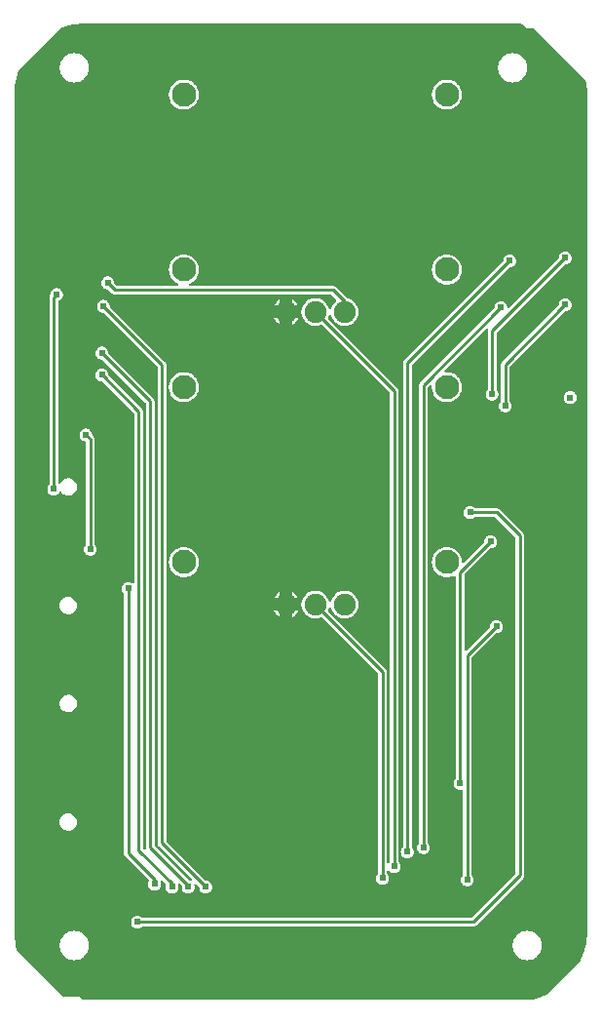
<source format=gtl>
G04 Layer: TopLayer*
G04 EasyEDA v6.4.17, 2021-03-07T15:12:51--8:00*
G04 6c535f378de342b990020bc8b1c8526d,b5aacd518854429a9b9924e8a25dcfd8,10*
G04 Gerber Generator version 0.2*
G04 Scale: 100 percent, Rotated: No, Reflected: No *
G04 Dimensions in inches *
G04 leading zeros omitted , absolute positions ,3 integer and 6 decimal *
%FSLAX36Y36*%
%MOIN*%

%ADD10C,0.0100*%
%ADD11C,0.0240*%
%ADD12C,0.0748*%
%ADD13C,0.0827*%

%LPD*%
G36*
X256660Y-95000D02*
G01*
X255140Y-94700D01*
X253840Y-93820D01*
X245280Y-85280D01*
X244620Y-85000D01*
X191660Y-85000D01*
X190140Y-84700D01*
X188840Y-83820D01*
X29060Y75940D01*
X28420Y76780D01*
X28020Y77780D01*
X25620Y87120D01*
X22980Y100340D01*
X21120Y113699D01*
X20000Y126980D01*
X20019Y139200D01*
X20099Y140180D01*
X20099Y2999800D01*
X20500Y3013600D01*
X21640Y3027020D01*
X23520Y3040380D01*
X26160Y3053600D01*
X29540Y3066660D01*
X32920Y3077300D01*
X33320Y3078159D01*
X33900Y3078900D01*
X181600Y3226600D01*
X182340Y3227180D01*
X183220Y3227580D01*
X194060Y3231019D01*
X207120Y3234400D01*
X220340Y3237020D01*
X233700Y3238900D01*
X247000Y3240000D01*
X1753020Y3240000D01*
X1759180Y3239500D01*
X1760520Y3239140D01*
X1761660Y3238340D01*
X1774720Y3225280D01*
X1775400Y3225000D01*
X1793340Y3225000D01*
X1794880Y3224700D01*
X1796180Y3223820D01*
X1974840Y3045160D01*
X1975540Y3044220D01*
X1975940Y3043120D01*
X1976519Y3040160D01*
X1978400Y3026800D01*
X1979520Y3013360D01*
X1979900Y2999800D01*
X1979900Y140200D01*
X1979520Y126400D01*
X1978380Y112980D01*
X1976480Y99620D01*
X1973839Y86400D01*
X1970480Y73340D01*
X1967080Y62699D01*
X1966680Y61840D01*
X1965080Y59980D01*
X1965000Y57660D01*
X1964740Y56240D01*
X1961560Y47900D01*
X1956720Y37080D01*
X1955900Y35880D01*
X1843620Y-76380D01*
X1842420Y-77200D01*
X1831399Y-82140D01*
X1818800Y-86940D01*
X1805940Y-91020D01*
X1792880Y-94400D01*
X1790220Y-94920D01*
X1789440Y-95000D01*
G37*

%LPC*%
G36*
X1775020Y39900D02*
G01*
X1781040Y40279D01*
X1787000Y41360D01*
X1792780Y43160D01*
X1798280Y45640D01*
X1803460Y48780D01*
X1808220Y52500D01*
X1812500Y56780D01*
X1816240Y61540D01*
X1819360Y66720D01*
X1821840Y72240D01*
X1823640Y78020D01*
X1824740Y83960D01*
X1825100Y90000D01*
X1824740Y96039D01*
X1823640Y101980D01*
X1821840Y107760D01*
X1819360Y113280D01*
X1816240Y118460D01*
X1812500Y123219D01*
X1808220Y127500D01*
X1803460Y131220D01*
X1798280Y134360D01*
X1792780Y136840D01*
X1787000Y138640D01*
X1781040Y139720D01*
X1775020Y140100D01*
X1768980Y139720D01*
X1763020Y138640D01*
X1757240Y136840D01*
X1751740Y134360D01*
X1746560Y131220D01*
X1741800Y127500D01*
X1737520Y123219D01*
X1733779Y118460D01*
X1730660Y113280D01*
X1728180Y107760D01*
X1726380Y101980D01*
X1725280Y96039D01*
X1724920Y90000D01*
X1725280Y83960D01*
X1726380Y78020D01*
X1728180Y72240D01*
X1730660Y66720D01*
X1733779Y61540D01*
X1737520Y56780D01*
X1741800Y52500D01*
X1746560Y48780D01*
X1751740Y45640D01*
X1757240Y43160D01*
X1763020Y41360D01*
X1768980Y40279D01*
G37*
G36*
X225020Y39900D02*
G01*
X231040Y40279D01*
X237000Y41360D01*
X242780Y43160D01*
X248280Y45640D01*
X253460Y48780D01*
X258220Y52500D01*
X262500Y56780D01*
X266240Y61540D01*
X269360Y66720D01*
X271840Y72240D01*
X273640Y78020D01*
X274740Y83960D01*
X275100Y90000D01*
X274740Y96039D01*
X273640Y101980D01*
X271840Y107760D01*
X269360Y113280D01*
X266240Y118460D01*
X262500Y123219D01*
X258220Y127500D01*
X253460Y131220D01*
X248280Y134360D01*
X242780Y136840D01*
X237000Y138640D01*
X231040Y139720D01*
X225020Y140100D01*
X218980Y139720D01*
X213020Y138640D01*
X207240Y136840D01*
X201740Y134360D01*
X196560Y131220D01*
X191800Y127500D01*
X187520Y123219D01*
X183780Y118460D01*
X180660Y113280D01*
X178180Y107760D01*
X176380Y101980D01*
X175280Y96039D01*
X174920Y90000D01*
X175280Y83960D01*
X176380Y78020D01*
X178180Y72240D01*
X180660Y66720D01*
X183780Y61540D01*
X187520Y56780D01*
X191800Y52500D01*
X196560Y48780D01*
X201740Y45640D01*
X207240Y43160D01*
X213020Y41360D01*
X218980Y40279D01*
G37*
G36*
X441520Y147920D02*
G01*
X445340Y148260D01*
X449060Y149240D01*
X452560Y150880D01*
X455700Y153080D01*
X456360Y153720D01*
X457660Y154600D01*
X459180Y154900D01*
X1589800Y154900D01*
X1592940Y155220D01*
X1595780Y156060D01*
X1598380Y157460D01*
X1600820Y159460D01*
X1760540Y319180D01*
X1762540Y321620D01*
X1763940Y324219D01*
X1764800Y327060D01*
X1765100Y330200D01*
X1765100Y1489800D01*
X1764800Y1492940D01*
X1763940Y1495780D01*
X1762540Y1498380D01*
X1760540Y1500820D01*
X1680820Y1580540D01*
X1678380Y1582540D01*
X1675780Y1583940D01*
X1672940Y1584800D01*
X1669800Y1585100D01*
X1597680Y1585100D01*
X1596140Y1585400D01*
X1594860Y1586279D01*
X1594199Y1586920D01*
X1591060Y1589120D01*
X1587560Y1590760D01*
X1583839Y1591740D01*
X1580020Y1592080D01*
X1576180Y1591740D01*
X1572460Y1590760D01*
X1568959Y1589120D01*
X1565820Y1586920D01*
X1563100Y1584199D01*
X1560880Y1581040D01*
X1559259Y1577560D01*
X1558260Y1573839D01*
X1557920Y1570000D01*
X1558260Y1566160D01*
X1559259Y1562440D01*
X1560880Y1558959D01*
X1563100Y1555800D01*
X1565820Y1553080D01*
X1568959Y1550880D01*
X1572460Y1549240D01*
X1576180Y1548260D01*
X1580020Y1547920D01*
X1583839Y1548260D01*
X1587560Y1549240D01*
X1591060Y1550880D01*
X1594199Y1553080D01*
X1594860Y1553720D01*
X1596160Y1554600D01*
X1597680Y1554900D01*
X1662100Y1554900D01*
X1663620Y1554600D01*
X1664920Y1553720D01*
X1733740Y1484920D01*
X1734600Y1483620D01*
X1734900Y1482080D01*
X1734900Y337920D01*
X1734600Y336380D01*
X1733740Y335080D01*
X1584920Y186280D01*
X1583620Y185400D01*
X1582100Y185100D01*
X459180Y185100D01*
X457640Y185400D01*
X456360Y186280D01*
X455700Y186920D01*
X452560Y189120D01*
X449060Y190760D01*
X445340Y191740D01*
X441520Y192079D01*
X437680Y191740D01*
X433960Y190760D01*
X430460Y189120D01*
X427320Y186920D01*
X424600Y184200D01*
X422380Y181040D01*
X420760Y177560D01*
X419760Y173840D01*
X419420Y170000D01*
X419760Y166160D01*
X420760Y162440D01*
X422380Y158960D01*
X424600Y155800D01*
X427320Y153080D01*
X430460Y150880D01*
X433960Y149240D01*
X437680Y148260D01*
G37*
G36*
X560020Y267920D02*
G01*
X563840Y268260D01*
X567560Y269240D01*
X571060Y270880D01*
X574200Y273080D01*
X576920Y275800D01*
X579140Y278960D01*
X580760Y282440D01*
X581760Y286160D01*
X582100Y290000D01*
X581760Y293840D01*
X580840Y297260D01*
X580760Y298980D01*
X581440Y300580D01*
X582700Y301760D01*
X584360Y302280D01*
X586080Y302040D01*
X587540Y301120D01*
X592060Y296580D01*
X593000Y295120D01*
X593220Y293400D01*
X592920Y290000D01*
X593260Y286160D01*
X594260Y282440D01*
X595880Y278960D01*
X598100Y275800D01*
X600820Y273080D01*
X603960Y270880D01*
X607460Y269240D01*
X611180Y268260D01*
X615020Y267920D01*
X618840Y268260D01*
X622560Y269240D01*
X626060Y270880D01*
X629200Y273080D01*
X631920Y275800D01*
X634140Y278960D01*
X635760Y282440D01*
X636760Y286160D01*
X637100Y290000D01*
X636760Y293840D01*
X635840Y297260D01*
X635760Y298980D01*
X636440Y300580D01*
X637700Y301760D01*
X639360Y302280D01*
X641080Y302040D01*
X642540Y301120D01*
X651820Y291820D01*
X652620Y290680D01*
X652980Y289340D01*
X653259Y286160D01*
X654260Y282440D01*
X655879Y278960D01*
X658100Y275800D01*
X660819Y273080D01*
X663960Y270880D01*
X667460Y269240D01*
X671180Y268260D01*
X675020Y267920D01*
X678840Y268260D01*
X682560Y269240D01*
X686060Y270880D01*
X689200Y273080D01*
X691919Y275800D01*
X694140Y278960D01*
X695759Y282440D01*
X696760Y286160D01*
X697099Y290000D01*
X696760Y293840D01*
X695759Y297560D01*
X694140Y301040D01*
X691919Y304200D01*
X689200Y306920D01*
X686060Y309120D01*
X682560Y310760D01*
X678840Y311740D01*
X675660Y312020D01*
X674320Y312380D01*
X673180Y313180D01*
X541280Y445080D01*
X540400Y446380D01*
X540100Y447920D01*
X540100Y2074800D01*
X539800Y2077940D01*
X538940Y2080780D01*
X537540Y2083380D01*
X535540Y2085820D01*
X348200Y2273160D01*
X347400Y2274300D01*
X347040Y2275640D01*
X346760Y2278840D01*
X345760Y2282560D01*
X344140Y2286040D01*
X341920Y2289200D01*
X339200Y2291920D01*
X336060Y2294120D01*
X332560Y2295760D01*
X328840Y2296740D01*
X325020Y2297080D01*
X321180Y2296740D01*
X317460Y2295760D01*
X313960Y2294120D01*
X310820Y2291920D01*
X308100Y2289200D01*
X305880Y2286040D01*
X304260Y2282560D01*
X303260Y2278840D01*
X302920Y2275000D01*
X303260Y2271160D01*
X304260Y2267440D01*
X305880Y2263960D01*
X308100Y2260800D01*
X310820Y2258080D01*
X313960Y2255880D01*
X317460Y2254240D01*
X321180Y2253260D01*
X324360Y2252980D01*
X325700Y2252620D01*
X326840Y2251820D01*
X508740Y2069920D01*
X509600Y2068620D01*
X509900Y2067080D01*
X509900Y440200D01*
X510220Y437060D01*
X511079Y434219D01*
X512460Y431620D01*
X514460Y429180D01*
X626120Y317520D01*
X627060Y316060D01*
X627280Y314340D01*
X626760Y312700D01*
X625600Y311420D01*
X624000Y310760D01*
X622260Y310840D01*
X619960Y311600D01*
X619140Y312220D01*
X501280Y430080D01*
X500400Y431380D01*
X500100Y432920D01*
X500100Y1949800D01*
X499799Y1952940D01*
X498940Y1955780D01*
X497540Y1958380D01*
X495540Y1960820D01*
X343200Y2113160D01*
X342400Y2114300D01*
X342040Y2115640D01*
X341760Y2118840D01*
X340760Y2122560D01*
X339140Y2126040D01*
X336920Y2129200D01*
X334200Y2131920D01*
X331060Y2134120D01*
X327560Y2135760D01*
X323840Y2136740D01*
X320020Y2137080D01*
X316180Y2136740D01*
X312460Y2135760D01*
X308960Y2134120D01*
X305820Y2131920D01*
X303100Y2129200D01*
X300880Y2126040D01*
X299260Y2122560D01*
X298260Y2118840D01*
X297920Y2115000D01*
X298260Y2111160D01*
X299260Y2107440D01*
X300880Y2103960D01*
X303100Y2100800D01*
X305820Y2098080D01*
X308960Y2095880D01*
X312460Y2094240D01*
X316180Y2093260D01*
X319360Y2092980D01*
X320700Y2092620D01*
X321840Y2091819D01*
X468740Y1944920D01*
X469600Y1943620D01*
X469900Y1942080D01*
X469900Y425200D01*
X470460Y419920D01*
X469820Y418300D01*
X468560Y417080D01*
X466900Y416540D01*
X465160Y416740D01*
X463680Y417680D01*
X461280Y420080D01*
X460400Y421380D01*
X460100Y422920D01*
X460100Y1914800D01*
X459799Y1917940D01*
X458940Y1920780D01*
X457540Y1923380D01*
X455540Y1925820D01*
X343200Y2038160D01*
X342400Y2039300D01*
X342040Y2040640D01*
X341760Y2043839D01*
X340760Y2047560D01*
X339140Y2051040D01*
X336920Y2054199D01*
X334200Y2056920D01*
X331060Y2059120D01*
X327560Y2060760D01*
X323840Y2061740D01*
X320020Y2062080D01*
X316180Y2061740D01*
X312460Y2060760D01*
X308960Y2059120D01*
X305820Y2056920D01*
X303100Y2054199D01*
X300880Y2051040D01*
X299260Y2047560D01*
X298260Y2043839D01*
X297920Y2040000D01*
X298260Y2036160D01*
X299260Y2032440D01*
X300880Y2028959D01*
X303100Y2025800D01*
X305820Y2023080D01*
X308960Y2020880D01*
X312460Y2019240D01*
X316180Y2018260D01*
X319360Y2017980D01*
X320700Y2017620D01*
X321840Y2016819D01*
X428740Y1909920D01*
X429600Y1908620D01*
X429900Y1907080D01*
X429900Y1330600D01*
X429540Y1328920D01*
X428480Y1327540D01*
X426940Y1326740D01*
X425220Y1326660D01*
X423620Y1327340D01*
X421040Y1329120D01*
X417560Y1330760D01*
X413840Y1331759D01*
X410000Y1332080D01*
X406180Y1331759D01*
X402460Y1330760D01*
X398960Y1329120D01*
X395800Y1326920D01*
X393080Y1324199D01*
X390880Y1321040D01*
X389260Y1317560D01*
X388260Y1313839D01*
X387920Y1310000D01*
X388260Y1306160D01*
X389260Y1302440D01*
X390880Y1298959D01*
X393080Y1295800D01*
X393740Y1295160D01*
X394600Y1293860D01*
X394900Y1292340D01*
X394900Y405200D01*
X395220Y402060D01*
X396079Y399240D01*
X397460Y396620D01*
X399460Y394180D01*
X479460Y314200D01*
X480340Y312840D01*
X480620Y311260D01*
X480240Y309680D01*
X479260Y307560D01*
X478260Y303840D01*
X477920Y300000D01*
X478260Y296160D01*
X479260Y292440D01*
X480880Y288960D01*
X483100Y285800D01*
X485820Y283080D01*
X488960Y280880D01*
X492460Y279240D01*
X496180Y278260D01*
X500020Y277920D01*
X503840Y278260D01*
X507560Y279240D01*
X511060Y280880D01*
X514200Y283080D01*
X516920Y285800D01*
X519140Y288960D01*
X520760Y292440D01*
X521760Y296160D01*
X522100Y300000D01*
X521760Y303840D01*
X520840Y307260D01*
X520760Y308980D01*
X521440Y310580D01*
X522700Y311760D01*
X524360Y312280D01*
X526080Y312040D01*
X527540Y311120D01*
X538020Y300640D01*
X538820Y299500D01*
X539160Y298160D01*
X539040Y296780D01*
X538260Y293840D01*
X537920Y290000D01*
X538260Y286160D01*
X539260Y282440D01*
X540880Y278960D01*
X543100Y275800D01*
X545820Y273080D01*
X548960Y270880D01*
X552460Y269240D01*
X556180Y268260D01*
G37*
G36*
X1570020Y292920D02*
G01*
X1573839Y293260D01*
X1577560Y294240D01*
X1581060Y295880D01*
X1584199Y298080D01*
X1586920Y300800D01*
X1589139Y303960D01*
X1590760Y307440D01*
X1591759Y311160D01*
X1592100Y315000D01*
X1591759Y318840D01*
X1590760Y322560D01*
X1589139Y326040D01*
X1586920Y329200D01*
X1586279Y329840D01*
X1585400Y331140D01*
X1585100Y332680D01*
X1585100Y1072100D01*
X1585400Y1073620D01*
X1586279Y1074920D01*
X1668180Y1156820D01*
X1669319Y1157620D01*
X1670660Y1157980D01*
X1673839Y1158260D01*
X1677560Y1159260D01*
X1681060Y1160880D01*
X1684199Y1163100D01*
X1686920Y1165820D01*
X1689139Y1168960D01*
X1690760Y1172460D01*
X1691759Y1176180D01*
X1692100Y1180000D01*
X1691759Y1183840D01*
X1690760Y1187560D01*
X1689139Y1191060D01*
X1686920Y1194200D01*
X1684199Y1196920D01*
X1681060Y1199140D01*
X1677560Y1200760D01*
X1673839Y1201760D01*
X1670020Y1202100D01*
X1666180Y1201760D01*
X1662460Y1200760D01*
X1658959Y1199140D01*
X1655820Y1196920D01*
X1653100Y1194200D01*
X1650880Y1191060D01*
X1649259Y1187560D01*
X1648260Y1183840D01*
X1647980Y1180660D01*
X1647620Y1179320D01*
X1646819Y1178180D01*
X1566940Y1098280D01*
X1565640Y1097420D01*
X1564100Y1097120D01*
X1562580Y1097420D01*
X1561279Y1098280D01*
X1560400Y1099580D01*
X1560100Y1101120D01*
X1560100Y1357080D01*
X1560400Y1358620D01*
X1561279Y1359920D01*
X1648180Y1446819D01*
X1649319Y1447620D01*
X1650660Y1447980D01*
X1653839Y1448260D01*
X1657560Y1449240D01*
X1661060Y1450880D01*
X1664199Y1453080D01*
X1666920Y1455800D01*
X1669139Y1458959D01*
X1670760Y1462440D01*
X1671759Y1466160D01*
X1672100Y1470000D01*
X1671759Y1473839D01*
X1670760Y1477560D01*
X1669139Y1481040D01*
X1666920Y1484199D01*
X1664199Y1486920D01*
X1661060Y1489120D01*
X1657560Y1490760D01*
X1653839Y1491740D01*
X1650020Y1492080D01*
X1646180Y1491740D01*
X1642460Y1490760D01*
X1638959Y1489120D01*
X1635820Y1486920D01*
X1633100Y1484199D01*
X1630880Y1481040D01*
X1629259Y1477560D01*
X1628260Y1473839D01*
X1627980Y1470660D01*
X1627620Y1469319D01*
X1626819Y1468180D01*
X1558140Y1399480D01*
X1556879Y1398640D01*
X1555380Y1398320D01*
X1553880Y1398580D01*
X1552600Y1399379D01*
X1551699Y1400600D01*
X1551320Y1402080D01*
X1551080Y1406080D01*
X1550000Y1412080D01*
X1548220Y1417900D01*
X1545760Y1423480D01*
X1542660Y1428740D01*
X1538959Y1433580D01*
X1534720Y1437940D01*
X1529980Y1441780D01*
X1524840Y1445040D01*
X1519340Y1447660D01*
X1513560Y1449620D01*
X1507600Y1450860D01*
X1501519Y1451399D01*
X1495440Y1451220D01*
X1489420Y1450320D01*
X1483540Y1448720D01*
X1477880Y1446440D01*
X1472540Y1443500D01*
X1467600Y1439940D01*
X1463100Y1435820D01*
X1459120Y1431200D01*
X1455720Y1426160D01*
X1452940Y1420740D01*
X1450820Y1415020D01*
X1449379Y1409100D01*
X1448660Y1403040D01*
X1448660Y1396960D01*
X1449379Y1390900D01*
X1450820Y1384980D01*
X1452940Y1379259D01*
X1455720Y1373839D01*
X1459120Y1368800D01*
X1463100Y1364180D01*
X1467600Y1360060D01*
X1472540Y1356519D01*
X1477880Y1353560D01*
X1483540Y1351279D01*
X1489420Y1349680D01*
X1495440Y1348779D01*
X1501519Y1348600D01*
X1507600Y1349139D01*
X1513560Y1350380D01*
X1519340Y1352340D01*
X1524180Y1354660D01*
X1525740Y1355040D01*
X1527320Y1354780D01*
X1528680Y1353920D01*
X1529580Y1352600D01*
X1529900Y1351040D01*
X1529900Y662660D01*
X1529600Y661140D01*
X1528740Y659840D01*
X1528100Y659200D01*
X1525880Y656040D01*
X1524259Y652560D01*
X1523260Y648840D01*
X1522920Y645000D01*
X1523260Y641160D01*
X1524259Y637440D01*
X1525880Y633960D01*
X1528100Y630800D01*
X1530820Y628080D01*
X1533959Y625880D01*
X1537460Y624240D01*
X1541180Y623260D01*
X1545020Y622920D01*
X1548839Y623260D01*
X1549860Y623520D01*
X1551320Y623640D01*
X1552720Y623220D01*
X1553880Y622340D01*
X1554640Y621100D01*
X1554900Y619660D01*
X1554900Y332660D01*
X1554600Y331140D01*
X1553740Y329840D01*
X1553100Y329200D01*
X1550880Y326040D01*
X1549259Y322560D01*
X1548260Y318840D01*
X1547920Y315000D01*
X1548260Y311160D01*
X1549259Y307440D01*
X1550880Y303960D01*
X1553100Y300800D01*
X1555820Y298080D01*
X1558959Y295880D01*
X1562460Y294240D01*
X1566180Y293260D01*
G37*
G36*
X1280020Y297920D02*
G01*
X1283839Y298260D01*
X1287560Y299240D01*
X1291060Y300880D01*
X1294199Y303080D01*
X1296920Y305800D01*
X1299139Y308960D01*
X1300760Y312440D01*
X1301759Y316160D01*
X1302100Y320000D01*
X1301759Y323840D01*
X1300760Y327560D01*
X1299139Y331040D01*
X1296920Y334200D01*
X1296279Y334840D01*
X1295400Y336140D01*
X1295100Y337680D01*
X1295100Y344520D01*
X1295460Y346160D01*
X1296440Y347520D01*
X1297900Y348340D01*
X1299560Y348500D01*
X1301160Y347960D01*
X1302380Y346820D01*
X1303100Y345800D01*
X1305820Y343080D01*
X1308959Y340880D01*
X1312460Y339240D01*
X1316180Y338260D01*
X1320020Y337920D01*
X1323839Y338260D01*
X1327560Y339240D01*
X1331060Y340880D01*
X1334199Y343080D01*
X1336920Y345800D01*
X1339139Y348960D01*
X1340760Y352440D01*
X1341759Y356160D01*
X1342100Y360000D01*
X1341759Y363840D01*
X1340760Y367560D01*
X1339139Y371040D01*
X1336920Y374200D01*
X1336279Y374840D01*
X1335400Y376140D01*
X1335100Y377680D01*
X1335100Y407780D01*
X1335480Y409460D01*
X1335900Y410000D01*
X1335480Y410540D01*
X1335100Y412220D01*
X1335100Y1985320D01*
X1334800Y1988460D01*
X1333940Y1991279D01*
X1332540Y1993899D01*
X1330540Y1996339D01*
X1094440Y2232440D01*
X1093560Y2233780D01*
X1093280Y2235360D01*
X1093640Y2236940D01*
X1094300Y2238360D01*
X1096100Y2244160D01*
X1096680Y2245600D01*
X1097740Y2246700D01*
X1099140Y2247320D01*
X1100680Y2247380D01*
X1102140Y2246840D01*
X1103260Y2245800D01*
X1103920Y2244400D01*
X1104740Y2241120D01*
X1106860Y2235660D01*
X1109620Y2230520D01*
X1113000Y2225740D01*
X1116940Y2221420D01*
X1121380Y2217620D01*
X1126260Y2214380D01*
X1131500Y2211780D01*
X1137000Y2209840D01*
X1142720Y2208580D01*
X1148540Y2208040D01*
X1154380Y2208220D01*
X1160160Y2209120D01*
X1165780Y2210720D01*
X1171180Y2213000D01*
X1176240Y2215920D01*
X1180900Y2219440D01*
X1185100Y2223520D01*
X1188760Y2228080D01*
X1191840Y2233040D01*
X1194300Y2238360D01*
X1196060Y2243920D01*
X1197140Y2249680D01*
X1197500Y2255520D01*
X1197140Y2261340D01*
X1196060Y2267100D01*
X1194300Y2272660D01*
X1191840Y2277980D01*
X1188760Y2282960D01*
X1185100Y2287500D01*
X1180900Y2291580D01*
X1176240Y2295100D01*
X1171180Y2298020D01*
X1165780Y2300300D01*
X1160160Y2301900D01*
X1159240Y2302300D01*
X1158440Y2302920D01*
X1120820Y2340540D01*
X1118380Y2342540D01*
X1115780Y2343940D01*
X1112940Y2344800D01*
X1109800Y2345100D01*
X621840Y2345100D01*
X620340Y2345400D01*
X619040Y2346240D01*
X618180Y2347480D01*
X617840Y2348980D01*
X618080Y2350500D01*
X618880Y2351800D01*
X620120Y2352720D01*
X624840Y2354960D01*
X629980Y2358220D01*
X634720Y2362060D01*
X638960Y2366420D01*
X642660Y2371260D01*
X645759Y2376520D01*
X648220Y2382100D01*
X650000Y2387920D01*
X651080Y2393920D01*
X651440Y2400000D01*
X651080Y2406080D01*
X650000Y2412080D01*
X648220Y2417900D01*
X645759Y2423480D01*
X642660Y2428740D01*
X638960Y2433580D01*
X634720Y2437940D01*
X629980Y2441780D01*
X624840Y2445040D01*
X619340Y2447660D01*
X613560Y2449620D01*
X607600Y2450860D01*
X601520Y2451400D01*
X595440Y2451220D01*
X589420Y2450320D01*
X583540Y2448720D01*
X577880Y2446440D01*
X572540Y2443500D01*
X567600Y2439940D01*
X563100Y2435820D01*
X559120Y2431200D01*
X555720Y2426160D01*
X552940Y2420740D01*
X550820Y2415020D01*
X549380Y2409100D01*
X548660Y2403040D01*
X548660Y2396960D01*
X549380Y2390900D01*
X550820Y2384980D01*
X552940Y2379260D01*
X555720Y2373840D01*
X559120Y2368800D01*
X563100Y2364180D01*
X567600Y2360060D01*
X572540Y2356520D01*
X577880Y2353560D01*
X579760Y2352800D01*
X581060Y2351940D01*
X581940Y2350660D01*
X582260Y2349120D01*
X581960Y2347580D01*
X581100Y2346280D01*
X579800Y2345400D01*
X578260Y2345100D01*
X372920Y2345100D01*
X371380Y2345400D01*
X370080Y2346280D01*
X363200Y2353160D01*
X362400Y2354300D01*
X362040Y2355640D01*
X361760Y2358840D01*
X360760Y2362560D01*
X359140Y2366040D01*
X356920Y2369200D01*
X354200Y2371920D01*
X351060Y2374120D01*
X347560Y2375760D01*
X343840Y2376740D01*
X340020Y2377080D01*
X336180Y2376740D01*
X332460Y2375760D01*
X328960Y2374120D01*
X325820Y2371920D01*
X323100Y2369200D01*
X320880Y2366040D01*
X319260Y2362560D01*
X318260Y2358840D01*
X317920Y2355000D01*
X318260Y2351160D01*
X319260Y2347440D01*
X320880Y2343960D01*
X323100Y2340800D01*
X325820Y2338080D01*
X328960Y2335880D01*
X332460Y2334240D01*
X336180Y2333260D01*
X339360Y2332980D01*
X340700Y2332620D01*
X341840Y2331820D01*
X354180Y2319460D01*
X356620Y2317460D01*
X359240Y2316060D01*
X362060Y2315220D01*
X365200Y2314900D01*
X1102100Y2314900D01*
X1103620Y2314600D01*
X1104920Y2313720D01*
X1120400Y2298240D01*
X1121300Y2296880D01*
X1121580Y2295260D01*
X1121180Y2293680D01*
X1120180Y2292380D01*
X1116940Y2289600D01*
X1113000Y2285280D01*
X1109620Y2280520D01*
X1106860Y2275360D01*
X1104740Y2269920D01*
X1103920Y2266620D01*
X1103260Y2265240D01*
X1102140Y2264180D01*
X1100680Y2263660D01*
X1099140Y2263700D01*
X1097740Y2264320D01*
X1096680Y2265440D01*
X1096060Y2267100D01*
X1094300Y2272660D01*
X1091840Y2277980D01*
X1088760Y2282960D01*
X1085100Y2287500D01*
X1080900Y2291580D01*
X1076240Y2295100D01*
X1071180Y2298020D01*
X1065780Y2300300D01*
X1060160Y2301900D01*
X1054380Y2302800D01*
X1048540Y2302980D01*
X1042720Y2302440D01*
X1037000Y2301200D01*
X1031500Y2299260D01*
X1026260Y2296640D01*
X1021380Y2293420D01*
X1016940Y2289600D01*
X1013000Y2285280D01*
X1009620Y2280520D01*
X1006860Y2275360D01*
X1004740Y2269920D01*
X1003319Y2264240D01*
X1002600Y2258440D01*
X1002600Y2252580D01*
X1003319Y2246780D01*
X1004740Y2241120D01*
X1006860Y2235660D01*
X1009620Y2230520D01*
X1013000Y2225740D01*
X1016940Y2221420D01*
X1021380Y2217620D01*
X1026260Y2214380D01*
X1031500Y2211780D01*
X1037000Y2209840D01*
X1042720Y2208580D01*
X1048540Y2208040D01*
X1054380Y2208220D01*
X1060160Y2209120D01*
X1065780Y2210720D01*
X1068680Y2211940D01*
X1070220Y2212260D01*
X1071760Y2211960D01*
X1073080Y2211100D01*
X1303740Y1980440D01*
X1304600Y1979139D01*
X1304900Y1977600D01*
X1304900Y377660D01*
X1304600Y376140D01*
X1303740Y374840D01*
X1302380Y373180D01*
X1301160Y372040D01*
X1299560Y371500D01*
X1297900Y371659D01*
X1296440Y372480D01*
X1295460Y373840D01*
X1295100Y375480D01*
X1295100Y1025320D01*
X1294800Y1028460D01*
X1293940Y1031280D01*
X1292540Y1033900D01*
X1290540Y1036340D01*
X1094440Y1232440D01*
X1093560Y1233780D01*
X1093280Y1235360D01*
X1093640Y1236940D01*
X1094300Y1238360D01*
X1096100Y1244160D01*
X1096680Y1245600D01*
X1097740Y1246700D01*
X1099140Y1247320D01*
X1100680Y1247380D01*
X1102140Y1246840D01*
X1103260Y1245800D01*
X1103920Y1244400D01*
X1104740Y1241120D01*
X1106860Y1235660D01*
X1109620Y1230520D01*
X1113000Y1225740D01*
X1116940Y1221420D01*
X1121380Y1217620D01*
X1126260Y1214380D01*
X1131500Y1211780D01*
X1137000Y1209840D01*
X1142720Y1208580D01*
X1148540Y1208040D01*
X1154380Y1208220D01*
X1160160Y1209120D01*
X1165780Y1210720D01*
X1171180Y1213000D01*
X1176240Y1215920D01*
X1180900Y1219440D01*
X1185100Y1223520D01*
X1188760Y1228080D01*
X1191840Y1233040D01*
X1194300Y1238360D01*
X1196060Y1243920D01*
X1197140Y1249680D01*
X1197500Y1255520D01*
X1197140Y1261340D01*
X1196060Y1267100D01*
X1194300Y1272660D01*
X1191840Y1277980D01*
X1188760Y1282960D01*
X1185100Y1287500D01*
X1180900Y1291579D01*
X1176240Y1295100D01*
X1171180Y1298020D01*
X1165780Y1300300D01*
X1160160Y1301900D01*
X1154380Y1302800D01*
X1148540Y1302980D01*
X1142720Y1302440D01*
X1137000Y1301200D01*
X1131500Y1299259D01*
X1126260Y1296639D01*
X1121380Y1293420D01*
X1116940Y1289600D01*
X1113000Y1285280D01*
X1109620Y1280520D01*
X1106860Y1275360D01*
X1104740Y1269920D01*
X1103920Y1266620D01*
X1103260Y1265240D01*
X1102140Y1264180D01*
X1100680Y1263660D01*
X1099140Y1263700D01*
X1097740Y1264320D01*
X1096680Y1265440D01*
X1096060Y1267100D01*
X1094300Y1272660D01*
X1091840Y1277980D01*
X1088760Y1282960D01*
X1085100Y1287500D01*
X1080900Y1291579D01*
X1076240Y1295100D01*
X1071180Y1298020D01*
X1065780Y1300300D01*
X1060160Y1301900D01*
X1054380Y1302800D01*
X1048540Y1302980D01*
X1042720Y1302440D01*
X1037000Y1301200D01*
X1031500Y1299259D01*
X1026260Y1296639D01*
X1021380Y1293420D01*
X1016940Y1289600D01*
X1013000Y1285280D01*
X1009620Y1280520D01*
X1006860Y1275360D01*
X1004740Y1269920D01*
X1003319Y1264240D01*
X1002600Y1258440D01*
X1002600Y1252580D01*
X1003319Y1246780D01*
X1004740Y1241120D01*
X1006860Y1235660D01*
X1009620Y1230520D01*
X1013000Y1225740D01*
X1016940Y1221420D01*
X1021380Y1217620D01*
X1026260Y1214380D01*
X1031500Y1211780D01*
X1037000Y1209840D01*
X1042720Y1208580D01*
X1048540Y1208040D01*
X1054380Y1208220D01*
X1060160Y1209120D01*
X1065780Y1210720D01*
X1068680Y1211940D01*
X1070220Y1212260D01*
X1071760Y1211960D01*
X1073080Y1211100D01*
X1263740Y1020440D01*
X1264600Y1019140D01*
X1264900Y1017600D01*
X1264900Y337660D01*
X1264600Y336140D01*
X1263740Y334840D01*
X1263100Y334200D01*
X1260880Y331040D01*
X1259260Y327560D01*
X1258260Y323840D01*
X1257920Y320000D01*
X1258260Y316160D01*
X1259260Y312440D01*
X1260880Y308960D01*
X1263100Y305800D01*
X1265820Y303080D01*
X1268960Y300880D01*
X1272460Y299240D01*
X1276180Y298260D01*
G37*
G36*
X1365020Y387920D02*
G01*
X1368839Y388260D01*
X1372560Y389240D01*
X1376060Y390880D01*
X1379199Y393080D01*
X1381920Y395800D01*
X1384139Y398960D01*
X1385760Y402440D01*
X1386759Y406160D01*
X1387100Y410000D01*
X1386759Y413840D01*
X1385760Y417560D01*
X1384139Y421040D01*
X1381920Y424200D01*
X1381279Y424840D01*
X1380400Y426140D01*
X1380100Y427680D01*
X1380100Y2072080D01*
X1380400Y2073620D01*
X1381279Y2074920D01*
X1713180Y2406820D01*
X1714319Y2407620D01*
X1715660Y2407980D01*
X1718839Y2408260D01*
X1722560Y2409240D01*
X1726060Y2410880D01*
X1729199Y2413080D01*
X1731920Y2415800D01*
X1734139Y2418960D01*
X1735760Y2422440D01*
X1736759Y2426160D01*
X1737100Y2430000D01*
X1736759Y2433840D01*
X1735760Y2437560D01*
X1734139Y2441040D01*
X1731920Y2444200D01*
X1729199Y2446920D01*
X1726060Y2449120D01*
X1722560Y2450760D01*
X1718839Y2451740D01*
X1715020Y2452080D01*
X1711180Y2451740D01*
X1707460Y2450760D01*
X1703959Y2449120D01*
X1700820Y2446920D01*
X1698100Y2444200D01*
X1695880Y2441040D01*
X1694259Y2437560D01*
X1693260Y2433840D01*
X1692980Y2430660D01*
X1692620Y2429320D01*
X1691819Y2428180D01*
X1354460Y2090820D01*
X1352460Y2088380D01*
X1351080Y2085780D01*
X1350220Y2082940D01*
X1349900Y2079800D01*
X1349900Y427660D01*
X1349600Y426140D01*
X1348740Y424840D01*
X1348100Y424200D01*
X1345880Y421040D01*
X1344259Y417560D01*
X1343260Y413840D01*
X1343080Y411880D01*
X1342560Y410220D01*
X1342560Y409780D01*
X1343080Y408120D01*
X1343260Y406160D01*
X1344259Y402440D01*
X1345880Y398960D01*
X1348100Y395800D01*
X1350820Y393080D01*
X1353959Y390880D01*
X1357460Y389240D01*
X1361180Y388260D01*
G37*
G36*
X1420020Y402920D02*
G01*
X1423839Y403260D01*
X1427560Y404240D01*
X1431060Y405880D01*
X1434199Y408080D01*
X1436920Y410800D01*
X1439139Y413960D01*
X1440760Y417440D01*
X1441759Y421160D01*
X1442100Y425000D01*
X1441759Y428840D01*
X1440760Y432560D01*
X1439139Y436040D01*
X1436920Y439200D01*
X1436279Y439840D01*
X1435400Y441140D01*
X1435100Y442680D01*
X1435100Y1997080D01*
X1435400Y1998620D01*
X1436279Y1999920D01*
X1441960Y2005600D01*
X1443340Y2006500D01*
X1444940Y2006780D01*
X1446540Y2006380D01*
X1447840Y2005380D01*
X1448620Y2003940D01*
X1448760Y2002300D01*
X1448660Y2001480D01*
X1448660Y1995380D01*
X1449379Y1989319D01*
X1450820Y1983400D01*
X1452940Y1977700D01*
X1455720Y1972280D01*
X1459120Y1967220D01*
X1463100Y1962600D01*
X1467600Y1958480D01*
X1472540Y1954940D01*
X1477880Y1952000D01*
X1483540Y1949700D01*
X1489420Y1948100D01*
X1495440Y1947200D01*
X1501519Y1947020D01*
X1507600Y1947560D01*
X1513560Y1948820D01*
X1519340Y1950760D01*
X1524840Y1953380D01*
X1529980Y1956639D01*
X1534720Y1960480D01*
X1538959Y1964860D01*
X1542660Y1969700D01*
X1545760Y1974940D01*
X1548220Y1980520D01*
X1550000Y1986339D01*
X1551080Y1992340D01*
X1551440Y1998420D01*
X1551080Y2004500D01*
X1550000Y2010500D01*
X1548220Y2016339D01*
X1545760Y2021920D01*
X1542660Y2027160D01*
X1538959Y2032000D01*
X1534720Y2036380D01*
X1529980Y2040220D01*
X1524840Y2043460D01*
X1519340Y2046080D01*
X1513560Y2048040D01*
X1507600Y2049300D01*
X1501519Y2049840D01*
X1495800Y2049660D01*
X1494240Y2049940D01*
X1492900Y2050780D01*
X1492000Y2052080D01*
X1491680Y2053620D01*
X1491980Y2055180D01*
X1492860Y2056500D01*
X1633680Y2197320D01*
X1635160Y2198260D01*
X1636900Y2198460D01*
X1638560Y2197920D01*
X1639820Y2196700D01*
X1640460Y2195080D01*
X1639900Y2189800D01*
X1639900Y1992660D01*
X1639600Y1991140D01*
X1638740Y1989840D01*
X1638100Y1989199D01*
X1635880Y1986040D01*
X1634259Y1982560D01*
X1633260Y1978839D01*
X1632920Y1975000D01*
X1633260Y1971160D01*
X1634259Y1967440D01*
X1635880Y1963959D01*
X1638100Y1960800D01*
X1640820Y1958080D01*
X1643959Y1955880D01*
X1647460Y1954240D01*
X1651180Y1953260D01*
X1655020Y1952920D01*
X1658839Y1953260D01*
X1662560Y1954240D01*
X1666060Y1955880D01*
X1669199Y1958080D01*
X1671920Y1960800D01*
X1674139Y1963959D01*
X1675760Y1967440D01*
X1676759Y1971160D01*
X1676920Y1973000D01*
X1677440Y1974660D01*
X1677760Y1975000D01*
X1677440Y1975340D01*
X1676920Y1977000D01*
X1676759Y1978839D01*
X1675760Y1982560D01*
X1674139Y1986040D01*
X1671920Y1989199D01*
X1671279Y1989840D01*
X1670400Y1991140D01*
X1670100Y1992680D01*
X1670100Y2182080D01*
X1670400Y2183620D01*
X1671279Y2184920D01*
X1903180Y2416820D01*
X1904319Y2417620D01*
X1905660Y2417980D01*
X1908839Y2418260D01*
X1912560Y2419240D01*
X1916060Y2420880D01*
X1919199Y2423080D01*
X1921920Y2425800D01*
X1924139Y2428960D01*
X1925760Y2432440D01*
X1926759Y2436160D01*
X1927100Y2440000D01*
X1926759Y2443840D01*
X1925760Y2447560D01*
X1924139Y2451040D01*
X1921920Y2454200D01*
X1919199Y2456920D01*
X1916060Y2459120D01*
X1912560Y2460760D01*
X1908839Y2461740D01*
X1905020Y2462080D01*
X1901180Y2461740D01*
X1897460Y2460760D01*
X1893959Y2459120D01*
X1890820Y2456920D01*
X1888100Y2454200D01*
X1885880Y2451040D01*
X1884259Y2447560D01*
X1883260Y2443840D01*
X1882980Y2440660D01*
X1882620Y2439320D01*
X1881819Y2438180D01*
X1713680Y2270040D01*
X1712440Y2269200D01*
X1710980Y2268860D01*
X1709500Y2269100D01*
X1708200Y2269880D01*
X1707280Y2271080D01*
X1706879Y2272520D01*
X1706759Y2273840D01*
X1705760Y2277560D01*
X1704139Y2281040D01*
X1701920Y2284200D01*
X1699199Y2286920D01*
X1696060Y2289120D01*
X1692560Y2290760D01*
X1688839Y2291740D01*
X1685020Y2292080D01*
X1681180Y2291740D01*
X1677460Y2290760D01*
X1673959Y2289120D01*
X1670820Y2286920D01*
X1668100Y2284200D01*
X1665880Y2281040D01*
X1664259Y2277560D01*
X1663260Y2273840D01*
X1662980Y2270660D01*
X1662620Y2269320D01*
X1661819Y2268180D01*
X1409460Y2015820D01*
X1407460Y2013380D01*
X1406080Y2010780D01*
X1405220Y2007940D01*
X1404900Y2004800D01*
X1404900Y442660D01*
X1404600Y441140D01*
X1403740Y439840D01*
X1403100Y439200D01*
X1400880Y436040D01*
X1399259Y432560D01*
X1398260Y428840D01*
X1397920Y425000D01*
X1398260Y421160D01*
X1399259Y417440D01*
X1400880Y413960D01*
X1403100Y410800D01*
X1405820Y408080D01*
X1408959Y405880D01*
X1412460Y404240D01*
X1416180Y403260D01*
G37*
G36*
X205660Y482680D02*
G01*
X210159Y483200D01*
X214540Y484400D01*
X218660Y486260D01*
X222480Y488720D01*
X225859Y491740D01*
X228740Y495220D01*
X231060Y499120D01*
X232740Y503320D01*
X233780Y507740D01*
X234120Y512260D01*
X233780Y516760D01*
X232740Y521180D01*
X231060Y525380D01*
X228740Y529280D01*
X225859Y532760D01*
X222480Y535780D01*
X218660Y538240D01*
X214540Y540100D01*
X210159Y541300D01*
X205660Y541820D01*
X201140Y541640D01*
X196700Y540780D01*
X192440Y539260D01*
X188460Y537080D01*
X184840Y534340D01*
X181700Y531080D01*
X179100Y527380D01*
X177100Y523320D01*
X175720Y519000D01*
X175040Y514520D01*
X175040Y509980D01*
X175720Y505500D01*
X177100Y501200D01*
X179100Y497140D01*
X181700Y493420D01*
X184840Y490160D01*
X188460Y487420D01*
X192440Y485260D01*
X196700Y483720D01*
X201140Y482860D01*
G37*
G36*
X205660Y888180D02*
G01*
X210159Y888700D01*
X214540Y889900D01*
X218660Y891760D01*
X222480Y894220D01*
X225859Y897240D01*
X228740Y900720D01*
X231060Y904620D01*
X232740Y908820D01*
X233780Y913240D01*
X234120Y917760D01*
X233780Y922260D01*
X232740Y926680D01*
X231060Y930879D01*
X228740Y934780D01*
X225859Y938259D01*
X222480Y941280D01*
X218660Y943740D01*
X214540Y945600D01*
X210159Y946800D01*
X205660Y947320D01*
X201140Y947140D01*
X196700Y946280D01*
X192440Y944760D01*
X188460Y942580D01*
X184840Y939840D01*
X181700Y936580D01*
X179100Y932880D01*
X177100Y928820D01*
X175720Y924500D01*
X175040Y920020D01*
X175040Y915480D01*
X175720Y911000D01*
X177100Y906700D01*
X179100Y902640D01*
X181700Y898920D01*
X184840Y895660D01*
X188460Y892920D01*
X192440Y890759D01*
X196700Y889220D01*
X201140Y888360D01*
G37*
G36*
X971200Y1213020D02*
G01*
X976240Y1215920D01*
X980900Y1219440D01*
X985100Y1223520D01*
X988760Y1228080D01*
X991840Y1233040D01*
X992440Y1234320D01*
X971200Y1234320D01*
G37*
G36*
X928800Y1213120D02*
G01*
X928800Y1234320D01*
X907580Y1234320D01*
X909620Y1230520D01*
X913000Y1225740D01*
X916940Y1221420D01*
X921380Y1217620D01*
X926260Y1214380D01*
G37*
G36*
X205680Y1222680D02*
G01*
X210180Y1223200D01*
X214540Y1224400D01*
X218680Y1226260D01*
X222480Y1228720D01*
X225859Y1231740D01*
X228740Y1235220D01*
X231060Y1239120D01*
X232740Y1243320D01*
X233780Y1247740D01*
X234120Y1252240D01*
X233780Y1256760D01*
X232740Y1261180D01*
X231060Y1265380D01*
X228740Y1269280D01*
X225859Y1272760D01*
X222480Y1275780D01*
X218680Y1278240D01*
X214540Y1280100D01*
X210180Y1281300D01*
X205680Y1281819D01*
X201140Y1281639D01*
X196700Y1280780D01*
X192440Y1279240D01*
X188460Y1277080D01*
X184860Y1274340D01*
X181720Y1271080D01*
X179100Y1267380D01*
X177100Y1263320D01*
X175740Y1259000D01*
X175040Y1254520D01*
X175040Y1249980D01*
X175740Y1245500D01*
X177100Y1241180D01*
X179100Y1237120D01*
X181720Y1233420D01*
X184860Y1230160D01*
X188460Y1227420D01*
X192440Y1225260D01*
X196700Y1223720D01*
X201140Y1222860D01*
G37*
G36*
X907580Y1276720D02*
G01*
X928800Y1276720D01*
X928800Y1297920D01*
X926260Y1296639D01*
X921380Y1293420D01*
X916940Y1289600D01*
X913000Y1285280D01*
X909620Y1280520D01*
G37*
G36*
X971200Y1276720D02*
G01*
X992440Y1276720D01*
X991840Y1277980D01*
X988760Y1282960D01*
X985100Y1287500D01*
X980900Y1291579D01*
X976240Y1295100D01*
X971200Y1298000D01*
G37*
G36*
X601520Y1348600D02*
G01*
X607600Y1349139D01*
X613560Y1350380D01*
X619340Y1352340D01*
X624840Y1354960D01*
X629980Y1358220D01*
X634720Y1362060D01*
X638960Y1366420D01*
X642660Y1371260D01*
X645759Y1376519D01*
X648220Y1382100D01*
X650000Y1387920D01*
X651080Y1393920D01*
X651440Y1400000D01*
X651080Y1406080D01*
X650000Y1412080D01*
X648220Y1417900D01*
X645759Y1423480D01*
X642660Y1428740D01*
X638960Y1433580D01*
X634720Y1437940D01*
X629980Y1441780D01*
X624840Y1445040D01*
X619340Y1447660D01*
X613560Y1449620D01*
X607600Y1450860D01*
X601520Y1451399D01*
X595440Y1451220D01*
X589420Y1450320D01*
X583540Y1448720D01*
X577880Y1446440D01*
X572540Y1443500D01*
X567600Y1439940D01*
X563100Y1435820D01*
X559120Y1431200D01*
X555720Y1426160D01*
X552940Y1420740D01*
X550820Y1415020D01*
X549380Y1409100D01*
X548660Y1403040D01*
X548660Y1396960D01*
X549380Y1390900D01*
X550820Y1384980D01*
X552940Y1379259D01*
X555720Y1373839D01*
X559120Y1368800D01*
X563100Y1364180D01*
X567600Y1360060D01*
X572540Y1356519D01*
X577880Y1353560D01*
X583540Y1351279D01*
X589420Y1349680D01*
X595440Y1348779D01*
G37*
G36*
X280020Y1422920D02*
G01*
X283840Y1423260D01*
X287560Y1424240D01*
X291060Y1425880D01*
X294200Y1428080D01*
X296920Y1430800D01*
X299140Y1433959D01*
X300760Y1437440D01*
X301760Y1441160D01*
X302100Y1445000D01*
X301760Y1448839D01*
X300760Y1452560D01*
X299140Y1456040D01*
X296920Y1459199D01*
X296280Y1459840D01*
X295400Y1461140D01*
X295100Y1462680D01*
X295100Y1819800D01*
X294800Y1822940D01*
X293940Y1825780D01*
X292540Y1828380D01*
X290540Y1830820D01*
X288200Y1833180D01*
X287400Y1834300D01*
X287040Y1835660D01*
X286760Y1838839D01*
X285760Y1842560D01*
X284140Y1846040D01*
X281920Y1849199D01*
X279200Y1851920D01*
X276060Y1854120D01*
X272560Y1855760D01*
X268840Y1856740D01*
X265020Y1857080D01*
X261180Y1856740D01*
X257460Y1855760D01*
X253960Y1854120D01*
X250820Y1851920D01*
X248100Y1849199D01*
X245880Y1846040D01*
X244259Y1842560D01*
X243260Y1838839D01*
X242920Y1835000D01*
X243260Y1831160D01*
X244259Y1827440D01*
X245880Y1823959D01*
X248100Y1820800D01*
X250820Y1818080D01*
X253960Y1815880D01*
X257460Y1814240D01*
X262680Y1812840D01*
X263860Y1811960D01*
X264640Y1810700D01*
X264900Y1809259D01*
X264900Y1462660D01*
X264600Y1461140D01*
X263740Y1459840D01*
X263100Y1459199D01*
X260880Y1456040D01*
X259259Y1452560D01*
X258260Y1448839D01*
X257920Y1445000D01*
X258260Y1441160D01*
X259259Y1437440D01*
X260880Y1433959D01*
X263100Y1430800D01*
X265820Y1428080D01*
X268960Y1425880D01*
X272460Y1424240D01*
X276180Y1423260D01*
G37*
G36*
X155020Y1627920D02*
G01*
X158840Y1628260D01*
X162560Y1629240D01*
X166060Y1630880D01*
X169200Y1633080D01*
X171920Y1635800D01*
X174220Y1639160D01*
X175219Y1640480D01*
X176680Y1641279D01*
X178340Y1641440D01*
X179899Y1640900D01*
X181119Y1639760D01*
X181720Y1638920D01*
X184860Y1635660D01*
X188460Y1632920D01*
X192440Y1630760D01*
X196700Y1629220D01*
X201140Y1628360D01*
X205680Y1628180D01*
X210180Y1628700D01*
X214540Y1629900D01*
X218680Y1631759D01*
X222480Y1634220D01*
X225859Y1637240D01*
X228740Y1640720D01*
X231060Y1644620D01*
X232740Y1648820D01*
X233780Y1653240D01*
X234120Y1657740D01*
X233780Y1662260D01*
X232740Y1666680D01*
X231060Y1670880D01*
X228740Y1674780D01*
X225859Y1678260D01*
X222480Y1681279D01*
X218680Y1683740D01*
X214540Y1685600D01*
X210180Y1686800D01*
X205680Y1687320D01*
X201140Y1687140D01*
X196700Y1686279D01*
X192440Y1684740D01*
X188460Y1682580D01*
X184860Y1679840D01*
X181720Y1676579D01*
X179100Y1672880D01*
X177700Y1670020D01*
X176580Y1668640D01*
X174980Y1667880D01*
X173200Y1667900D01*
X171600Y1668680D01*
X170500Y1670060D01*
X170120Y1671800D01*
X170120Y2290560D01*
X170400Y2292040D01*
X171200Y2293300D01*
X172420Y2294180D01*
X176060Y2295880D01*
X179200Y2298080D01*
X181920Y2300800D01*
X184140Y2303960D01*
X185760Y2307440D01*
X186759Y2311160D01*
X187100Y2315000D01*
X186759Y2318840D01*
X185760Y2322560D01*
X184140Y2326040D01*
X181920Y2329200D01*
X179200Y2331920D01*
X176060Y2334120D01*
X172560Y2335760D01*
X168840Y2336740D01*
X165020Y2337080D01*
X161180Y2336740D01*
X157460Y2335760D01*
X153960Y2334120D01*
X150820Y2331920D01*
X148100Y2329200D01*
X145880Y2326040D01*
X144260Y2322560D01*
X143260Y2318840D01*
X142920Y2314900D01*
X142460Y2313360D01*
X141080Y2310780D01*
X140220Y2307960D01*
X139920Y2304820D01*
X139920Y1667680D01*
X139600Y1666140D01*
X138740Y1664840D01*
X138100Y1664199D01*
X135880Y1661040D01*
X134260Y1657560D01*
X133260Y1653839D01*
X132920Y1650000D01*
X133260Y1646160D01*
X134260Y1642440D01*
X135880Y1638959D01*
X138100Y1635800D01*
X140820Y1633080D01*
X143960Y1630880D01*
X147460Y1629240D01*
X151180Y1628260D01*
G37*
G36*
X1700020Y1912920D02*
G01*
X1703839Y1913260D01*
X1707560Y1914240D01*
X1711060Y1915880D01*
X1714199Y1918080D01*
X1716920Y1920800D01*
X1719139Y1923959D01*
X1720760Y1927440D01*
X1721759Y1931160D01*
X1722100Y1935000D01*
X1721759Y1938839D01*
X1720760Y1942560D01*
X1719139Y1946040D01*
X1716920Y1949199D01*
X1716279Y1949840D01*
X1715400Y1951140D01*
X1715100Y1952680D01*
X1715100Y2067080D01*
X1715400Y2068620D01*
X1716279Y2069920D01*
X1903180Y2256820D01*
X1904319Y2257620D01*
X1905660Y2257980D01*
X1908839Y2258260D01*
X1912560Y2259240D01*
X1916060Y2260880D01*
X1919199Y2263080D01*
X1921920Y2265800D01*
X1924139Y2268960D01*
X1925760Y2272440D01*
X1926759Y2276160D01*
X1927100Y2280000D01*
X1926759Y2283840D01*
X1925760Y2287560D01*
X1924139Y2291040D01*
X1921920Y2294200D01*
X1919199Y2296920D01*
X1916060Y2299120D01*
X1912560Y2300760D01*
X1908839Y2301740D01*
X1905020Y2302080D01*
X1901180Y2301740D01*
X1897460Y2300760D01*
X1893959Y2299120D01*
X1890820Y2296920D01*
X1888100Y2294200D01*
X1885880Y2291040D01*
X1884259Y2287560D01*
X1883260Y2283840D01*
X1882980Y2280660D01*
X1882620Y2279320D01*
X1881819Y2278180D01*
X1689460Y2085820D01*
X1687460Y2083380D01*
X1686080Y2080780D01*
X1685220Y2077940D01*
X1684900Y2074800D01*
X1684900Y1977340D01*
X1684540Y1975660D01*
X1684019Y1975000D01*
X1684540Y1974340D01*
X1684900Y1972660D01*
X1684900Y1952660D01*
X1684600Y1951140D01*
X1683740Y1949840D01*
X1683100Y1949199D01*
X1680880Y1946040D01*
X1679259Y1942560D01*
X1678260Y1938839D01*
X1677920Y1935000D01*
X1678260Y1931160D01*
X1679259Y1927440D01*
X1680880Y1923959D01*
X1683100Y1920800D01*
X1685820Y1918080D01*
X1688959Y1915880D01*
X1692460Y1914240D01*
X1696180Y1913260D01*
G37*
G36*
X1922340Y1941020D02*
G01*
X1926160Y1941360D01*
X1929880Y1942360D01*
X1933380Y1943980D01*
X1936519Y1946200D01*
X1939240Y1948920D01*
X1941459Y1952060D01*
X1943080Y1955560D01*
X1944079Y1959280D01*
X1944420Y1963100D01*
X1944079Y1966940D01*
X1943080Y1970660D01*
X1941459Y1974160D01*
X1939240Y1977300D01*
X1936519Y1980020D01*
X1933380Y1982240D01*
X1929880Y1983860D01*
X1926160Y1984860D01*
X1922340Y1985200D01*
X1918500Y1984860D01*
X1914780Y1983860D01*
X1911279Y1982240D01*
X1908140Y1980020D01*
X1905420Y1977300D01*
X1903200Y1974160D01*
X1901579Y1970660D01*
X1900580Y1966940D01*
X1900240Y1963100D01*
X1900580Y1959280D01*
X1901579Y1955560D01*
X1903200Y1952060D01*
X1905420Y1948920D01*
X1908140Y1946200D01*
X1911279Y1943980D01*
X1914780Y1942360D01*
X1918500Y1941360D01*
G37*
G36*
X601520Y1947020D02*
G01*
X607600Y1947560D01*
X613560Y1948820D01*
X619340Y1950760D01*
X624840Y1953380D01*
X629980Y1956639D01*
X634720Y1960480D01*
X638960Y1964860D01*
X642660Y1969700D01*
X645759Y1974940D01*
X648220Y1980520D01*
X650000Y1986339D01*
X651080Y1992340D01*
X651440Y1998420D01*
X651080Y2004500D01*
X650000Y2010500D01*
X648220Y2016339D01*
X645759Y2021920D01*
X642660Y2027160D01*
X638960Y2032000D01*
X634720Y2036380D01*
X629980Y2040220D01*
X624840Y2043460D01*
X619340Y2046080D01*
X613560Y2048040D01*
X607600Y2049300D01*
X601520Y2049840D01*
X595440Y2049660D01*
X589420Y2048760D01*
X583540Y2047140D01*
X577880Y2044860D01*
X572540Y2041920D01*
X567600Y2038360D01*
X563100Y2034259D01*
X559120Y2029640D01*
X555720Y2024580D01*
X552940Y2019160D01*
X550820Y2013440D01*
X549380Y2007520D01*
X548660Y2001480D01*
X548660Y1995380D01*
X549380Y1989319D01*
X550820Y1983400D01*
X552940Y1977700D01*
X555720Y1972280D01*
X559120Y1967220D01*
X563100Y1962600D01*
X567600Y1958480D01*
X572540Y1954940D01*
X577880Y1952000D01*
X583540Y1949700D01*
X589420Y1948100D01*
X595440Y1947200D01*
G37*
G36*
X971200Y2213020D02*
G01*
X976240Y2215920D01*
X980900Y2219440D01*
X985100Y2223520D01*
X988760Y2228080D01*
X991840Y2233040D01*
X992440Y2234320D01*
X971200Y2234320D01*
G37*
G36*
X928800Y2213120D02*
G01*
X928800Y2234320D01*
X907580Y2234320D01*
X909620Y2230520D01*
X913000Y2225740D01*
X916940Y2221420D01*
X921380Y2217620D01*
X926260Y2214380D01*
G37*
G36*
X907580Y2276720D02*
G01*
X928800Y2276720D01*
X928800Y2297920D01*
X926260Y2296640D01*
X921380Y2293420D01*
X916940Y2289600D01*
X913000Y2285280D01*
X909620Y2280520D01*
G37*
G36*
X971200Y2276720D02*
G01*
X992440Y2276720D01*
X991840Y2277980D01*
X988760Y2282960D01*
X985100Y2287500D01*
X980900Y2291580D01*
X976240Y2295100D01*
X971200Y2298000D01*
G37*
G36*
X1501519Y2348600D02*
G01*
X1507600Y2349140D01*
X1513560Y2350380D01*
X1519340Y2352340D01*
X1524840Y2354960D01*
X1529980Y2358220D01*
X1534720Y2362060D01*
X1538959Y2366420D01*
X1542660Y2371260D01*
X1545760Y2376520D01*
X1548220Y2382100D01*
X1550000Y2387920D01*
X1551080Y2393920D01*
X1551440Y2400000D01*
X1551080Y2406080D01*
X1550000Y2412080D01*
X1548220Y2417900D01*
X1545760Y2423480D01*
X1542660Y2428740D01*
X1538959Y2433580D01*
X1534720Y2437940D01*
X1529980Y2441780D01*
X1524840Y2445040D01*
X1519340Y2447660D01*
X1513560Y2449620D01*
X1507600Y2450860D01*
X1501519Y2451400D01*
X1495440Y2451220D01*
X1489420Y2450320D01*
X1483540Y2448720D01*
X1477880Y2446440D01*
X1472540Y2443500D01*
X1467600Y2439940D01*
X1463100Y2435820D01*
X1459120Y2431200D01*
X1455720Y2426160D01*
X1452940Y2420740D01*
X1450820Y2415020D01*
X1449379Y2409100D01*
X1448660Y2403040D01*
X1448660Y2396960D01*
X1449379Y2390900D01*
X1450820Y2384980D01*
X1452940Y2379260D01*
X1455720Y2373840D01*
X1459120Y2368800D01*
X1463100Y2364180D01*
X1467600Y2360060D01*
X1472540Y2356520D01*
X1477880Y2353560D01*
X1483540Y2351280D01*
X1489420Y2349680D01*
X1495440Y2348780D01*
G37*
G36*
X601520Y2947020D02*
G01*
X607600Y2947559D01*
X613560Y2948820D01*
X619340Y2950760D01*
X624840Y2953380D01*
X629980Y2956640D01*
X634720Y2960480D01*
X638960Y2964860D01*
X642660Y2969700D01*
X645759Y2974940D01*
X648220Y2980520D01*
X650000Y2986340D01*
X651080Y2992340D01*
X651440Y2998420D01*
X651080Y3004500D01*
X650000Y3010500D01*
X648220Y3016340D01*
X645759Y3021920D01*
X642660Y3027160D01*
X638960Y3032000D01*
X634720Y3036380D01*
X629980Y3040220D01*
X624840Y3043460D01*
X619340Y3046080D01*
X613560Y3048039D01*
X607600Y3049300D01*
X601520Y3049840D01*
X595440Y3049660D01*
X589420Y3048759D01*
X583540Y3047140D01*
X577880Y3044860D01*
X572540Y3041920D01*
X567600Y3038360D01*
X563100Y3034260D01*
X559120Y3029640D01*
X555720Y3024580D01*
X552940Y3019160D01*
X550820Y3013440D01*
X549380Y3007520D01*
X548660Y3001480D01*
X548660Y2995380D01*
X549380Y2989320D01*
X550820Y2983399D01*
X552940Y2977700D01*
X555720Y2972280D01*
X559120Y2967220D01*
X563100Y2962600D01*
X567600Y2958480D01*
X572540Y2954940D01*
X577880Y2952000D01*
X583540Y2949700D01*
X589420Y2948100D01*
X595440Y2947200D01*
G37*
G36*
X1501519Y2947020D02*
G01*
X1507600Y2947559D01*
X1513560Y2948820D01*
X1519340Y2950760D01*
X1524840Y2953380D01*
X1529980Y2956640D01*
X1534720Y2960480D01*
X1538959Y2964860D01*
X1542660Y2969700D01*
X1545760Y2974940D01*
X1548220Y2980520D01*
X1550000Y2986340D01*
X1551080Y2992340D01*
X1551440Y2998420D01*
X1551080Y3004500D01*
X1550000Y3010500D01*
X1548220Y3016340D01*
X1545760Y3021920D01*
X1542660Y3027160D01*
X1538959Y3032000D01*
X1534720Y3036380D01*
X1529980Y3040220D01*
X1524840Y3043460D01*
X1519340Y3046080D01*
X1513560Y3048039D01*
X1507600Y3049300D01*
X1501519Y3049840D01*
X1495440Y3049660D01*
X1489420Y3048759D01*
X1483540Y3047140D01*
X1477880Y3044860D01*
X1472540Y3041920D01*
X1467600Y3038360D01*
X1463100Y3034260D01*
X1459120Y3029640D01*
X1455720Y3024580D01*
X1452940Y3019160D01*
X1450820Y3013440D01*
X1449379Y3007520D01*
X1448660Y3001480D01*
X1448660Y2995380D01*
X1449379Y2989320D01*
X1450820Y2983399D01*
X1452940Y2977700D01*
X1455720Y2972280D01*
X1459120Y2967220D01*
X1463100Y2962600D01*
X1467600Y2958480D01*
X1472540Y2954940D01*
X1477880Y2952000D01*
X1483540Y2949700D01*
X1489420Y2948100D01*
X1495440Y2947200D01*
G37*
G36*
X1725020Y3039900D02*
G01*
X1731040Y3040280D01*
X1737000Y3041360D01*
X1742780Y3043159D01*
X1748280Y3045640D01*
X1753460Y3048780D01*
X1758220Y3052500D01*
X1762500Y3056780D01*
X1766240Y3061540D01*
X1769360Y3066720D01*
X1771840Y3072240D01*
X1773640Y3078020D01*
X1774740Y3083960D01*
X1775100Y3090000D01*
X1774740Y3096040D01*
X1773640Y3101980D01*
X1771840Y3107760D01*
X1769360Y3113279D01*
X1766240Y3118460D01*
X1762500Y3123220D01*
X1758220Y3127500D01*
X1753460Y3131220D01*
X1748280Y3134360D01*
X1742780Y3136840D01*
X1737000Y3138639D01*
X1731040Y3139720D01*
X1725020Y3140100D01*
X1718980Y3139720D01*
X1713020Y3138639D01*
X1707240Y3136840D01*
X1701740Y3134360D01*
X1696560Y3131220D01*
X1691800Y3127500D01*
X1687520Y3123220D01*
X1683779Y3118460D01*
X1680660Y3113279D01*
X1678180Y3107760D01*
X1676380Y3101980D01*
X1675280Y3096040D01*
X1674920Y3090000D01*
X1675280Y3083960D01*
X1676380Y3078020D01*
X1678180Y3072240D01*
X1680660Y3066720D01*
X1683779Y3061540D01*
X1687520Y3056780D01*
X1691800Y3052500D01*
X1696560Y3048780D01*
X1701740Y3045640D01*
X1707240Y3043159D01*
X1713020Y3041360D01*
X1718980Y3040280D01*
G37*
G36*
X225020Y3039900D02*
G01*
X231040Y3040280D01*
X237000Y3041360D01*
X242780Y3043159D01*
X248280Y3045640D01*
X253460Y3048780D01*
X258220Y3052500D01*
X262500Y3056780D01*
X266240Y3061540D01*
X269360Y3066720D01*
X271840Y3072240D01*
X273640Y3078020D01*
X274740Y3083960D01*
X275100Y3090000D01*
X274740Y3096040D01*
X273640Y3101980D01*
X271840Y3107760D01*
X269360Y3113279D01*
X266240Y3118460D01*
X262500Y3123220D01*
X258220Y3127500D01*
X253460Y3131220D01*
X248280Y3134360D01*
X242780Y3136840D01*
X237000Y3138639D01*
X231040Y3139720D01*
X225020Y3140100D01*
X218980Y3139720D01*
X213020Y3138639D01*
X207240Y3136840D01*
X201740Y3134360D01*
X196560Y3131220D01*
X191800Y3127500D01*
X187520Y3123220D01*
X183780Y3118460D01*
X180660Y3113279D01*
X178180Y3107760D01*
X176380Y3101980D01*
X175280Y3096040D01*
X174920Y3090000D01*
X175280Y3083960D01*
X176380Y3078020D01*
X178180Y3072240D01*
X180660Y3066720D01*
X183780Y3061540D01*
X187520Y3056780D01*
X191800Y3052500D01*
X196560Y3048780D01*
X201740Y3045640D01*
X207240Y3043159D01*
X213020Y3041360D01*
X218980Y3040280D01*
G37*

%LPD*%
D10*
X410004Y1309999D02*
G01*
X409998Y1309993D01*
X409998Y405001D01*
X499998Y315001D01*
X499998Y300001D01*
X265004Y1834999D02*
G01*
X279998Y1820005D01*
X279998Y1445001D01*
X441499Y170000D02*
G01*
X1590000Y170000D01*
X1670000Y250000D01*
X1750000Y330000D01*
X1750000Y1490000D01*
X1670000Y1570000D01*
X1580000Y1570000D01*
X1280000Y320000D02*
G01*
X1280000Y1025514D01*
X1050005Y1255509D01*
X1320000Y360000D02*
G01*
X1320000Y1985514D01*
X1050005Y2255509D01*
X1650000Y1470000D02*
G01*
X1545000Y1365000D01*
X1545000Y645000D01*
X1685000Y2270000D02*
G01*
X1420000Y2005000D01*
X1420000Y425000D01*
X1715000Y2430000D02*
G01*
X1365000Y2080000D01*
X1365000Y410000D01*
X1905000Y2280000D02*
G01*
X1700000Y2075000D01*
X1700000Y1935000D01*
X1905000Y2440000D02*
G01*
X1655000Y2190000D01*
X1655000Y1975000D01*
X164998Y2315001D02*
G01*
X155004Y2305007D01*
X155004Y1649999D01*
X1670005Y1180009D02*
G01*
X1570000Y1080004D01*
X1570000Y315000D01*
X340000Y2355000D02*
G01*
X365000Y2330000D01*
X1110000Y2330000D01*
X1150005Y2289995D01*
X1150005Y2255509D01*
X320000Y2040000D02*
G01*
X445000Y1915000D01*
X445000Y415000D01*
X560000Y300000D01*
X560000Y290000D01*
X320000Y2115000D02*
G01*
X485000Y1950000D01*
X485000Y425000D01*
X615000Y295000D01*
X615000Y290000D01*
X325000Y2275000D02*
G01*
X525000Y2075000D01*
X525000Y440000D01*
X675000Y290000D02*
G01*
X525000Y440000D01*
X525000Y445831D01*
D12*
G01*
X1050005Y2255509D03*
G01*
X1150005Y2255509D03*
G01*
X950005Y2255509D03*
D13*
G01*
X600004Y2399999D03*
G01*
X1500005Y2399999D03*
G01*
X1500005Y2998419D03*
G01*
X600004Y2998419D03*
D12*
G01*
X1050005Y1255509D03*
G01*
X1150005Y1255509D03*
G01*
X950005Y1255509D03*
D13*
G01*
X600004Y1399999D03*
G01*
X1500005Y1399999D03*
G01*
X1500005Y1998419D03*
G01*
X600004Y1998419D03*
D11*
G01*
X1580005Y1569999D03*
G01*
X441504Y169999D03*
G01*
X1280005Y319999D03*
G01*
X1320005Y359999D03*
G01*
X1670005Y1180009D03*
G01*
X325004Y2274999D03*
G01*
X675005Y289999D03*
G01*
X320004Y2114999D03*
G01*
X615004Y289999D03*
G01*
X320004Y2039999D03*
G01*
X560004Y289999D03*
G01*
X410000Y1310000D03*
G01*
X500004Y299999D03*
G01*
X1430005Y89999D03*
G01*
X340004Y2354999D03*
G01*
X1570005Y314999D03*
G01*
X265004Y1834999D03*
G01*
X280004Y1444999D03*
G01*
X165004Y2314999D03*
G01*
X155004Y1649999D03*
G01*
X1905005Y2439999D03*
G01*
X1655005Y1974999D03*
G01*
X1905005Y2279999D03*
G01*
X1700005Y1934999D03*
G01*
X1715005Y2429999D03*
G01*
X1365005Y409999D03*
G01*
X1685005Y2269999D03*
G01*
X1420005Y424999D03*
G01*
X1922325Y1963109D03*
G01*
X1650005Y1469999D03*
G01*
X1545005Y644999D03*
M02*

</source>
